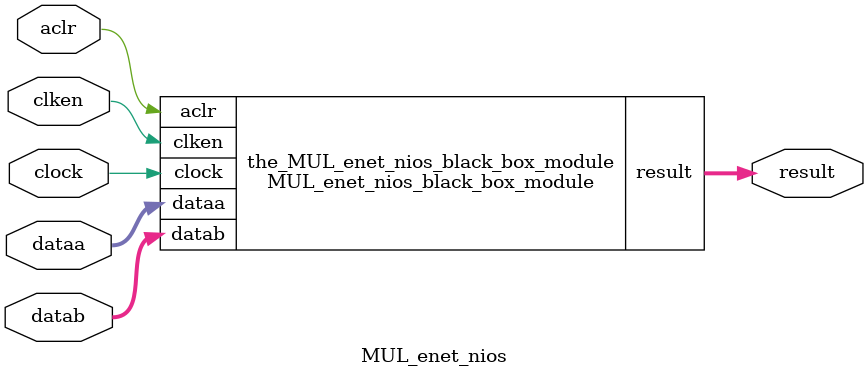
<source format=v>



// synthesis translate_off
`timescale 1ns / 1ps
// synthesis translate_on
module MUL_enet_nios_black_box_module (
                                        // inputs:
                                         aclr,
                                         clken,
                                         clock,
                                         dataa,
                                         datab,

                                        // outputs:
                                         result
                                      )
;

  output  [ 31: 0] result;
  input            aclr;
  input            clken;
  input            clock;
  input   [ 15: 0] dataa;
  input   [ 15: 0] datab;

  reg     [ 31: 0] p1_result;
  reg     [ 31: 0] result;

//synthesis translate_off
//////////////// SIMULATION-ONLY CONTENTS
  always @(posedge clock or negedge ~(aclr))
    begin
      if (~(aclr) == 0)
        begin
          p1_result <= 0;
          result <= 0;
        end
      else if (clken)
        begin
          p1_result <= dataa * datab;
          result <= p1_result;
        end
    end



//////////////// END SIMULATION-ONLY CONTENTS

//synthesis translate_on
//synthesis read_comments_as_HDL on
//  lpm_mult the_lpm_mult
//    (
//      .aclr (aclr),
//      .clken (clken),
//      .clock (clock),
//      .dataa (dataa),
//      .datab (datab),
//      .result (result)
//    );
//
//  defparam the_lpm_mult.lpm_pipeline = 2,
//           the_lpm_mult.lpm_representation = "UNSIGNED",
//           the_lpm_mult.lpm_widtha = 16,
//           the_lpm_mult.lpm_widthb = 16,
//           the_lpm_mult.lpm_widthp = 32,
//           the_lpm_mult.lpm_widths = 32;
//
//synthesis read_comments_as_HDL off

endmodule


module MUL_enet_nios (
                       // inputs:
                        aclr,
                        clken,
                        clock,
                        dataa,
                        datab,

                       // outputs:
                        result
                     )
;

  output  [ 31: 0] result;
  input            aclr;
  input            clken;
  input            clock;
  input   [ 15: 0] dataa;
  input   [ 15: 0] datab;

  wire    [ 31: 0] result;
  //s1, which is an e_custom_instruction_slave
  MUL_enet_nios_black_box_module the_MUL_enet_nios_black_box_module
    (
      .aclr   (aclr),
      .clken  (clken),
      .clock  (clock),
      .dataa  (dataa),
      .datab  (datab),
      .result (result)
    );


endmodule


</source>
